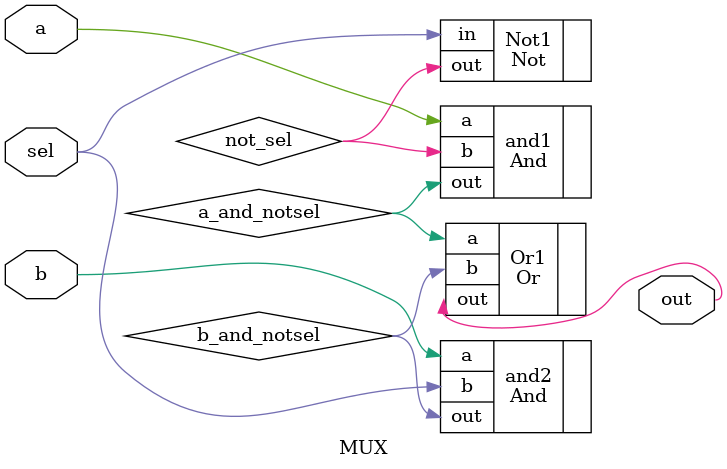
<source format=v>
`timescale 1ns / 1ps

module MUX(
    input a, b, sel,
    output out
    );
    // Implementing a!sel+b*sel = out
    wire not_sel;
    wire a_and_notsel;
    wire b_and_notsel;
    Not Not1 (.in(sel), .out(not_sel));
    And and1 (.a(a), .b(not_sel), .out(a_and_notsel));
    And and2 (.a(b), .b(sel), .out(b_and_notsel));
    Or Or1 (.a(a_and_notsel), .b(b_and_notsel), .out(out));
    
endmodule

</source>
